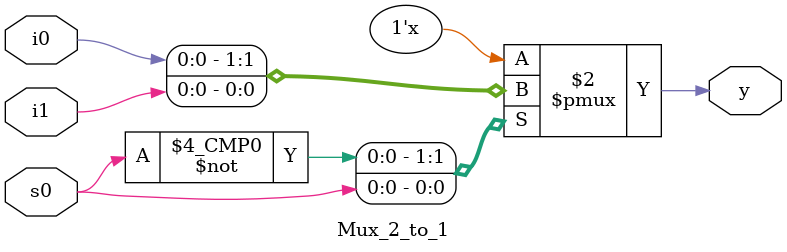
<source format=v>
/*
Instructions
-------------------
Students are not allowed to make any changes in the Module declaration.
This file is used to design 2:1 Multiplexer.

Recommended Quartus Version : 19.1
The submitted project file must be 19.1 compatible as the evaluation will be done on Quartus Prime Lite 19.1.

Warning: The error due to compatibility will not be entertained.
			Do not make any changes to Test_Bench_Vector.txt file. Violating will result into Disqualification.
-------------------
*/

//2:1 MUX design
//Inputs	: i1(MSB), io(LSB) & select line(s0)
//Output	: y

//////////////////DO NOT MAKE ANY CHANGES IN MODULE//////////////////
module Mux_2_to_1(
	input		i1,       //INPUT i1 (MSB)
	input		i0,		 //INPUT i0
	input		s0,		 //SELECT INPUT s0(LSB)
	output reg	y		 //OUTPUT y
);


////////////////////////WRITE YOUR CODE FROM HERE//////////////////// 

always @(*) begin
	case(s0)
		1'b0: y = i0;
		1'b1: y = i1;
	endcase
end
	
	
	

////////////////////////YOUR CODE ENDS HERE//////////////////////////
endmodule
///////////////////////////////MODULE ENDS///////////////////////////

</source>
